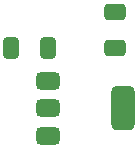
<source format=gbp>
G04 #@! TF.GenerationSoftware,KiCad,Pcbnew,9.0.0*
G04 #@! TF.CreationDate,2025-04-09T20:43:05+09:00*
G04 #@! TF.ProjectId,2_wheels_mini_Motor_inverted_Pendulum,325f7768-6565-46c7-935f-6d696e695f4d,rev?*
G04 #@! TF.SameCoordinates,Original*
G04 #@! TF.FileFunction,Paste,Bot*
G04 #@! TF.FilePolarity,Positive*
%FSLAX46Y46*%
G04 Gerber Fmt 4.6, Leading zero omitted, Abs format (unit mm)*
G04 Created by KiCad (PCBNEW 9.0.0) date 2025-04-09 20:43:05*
%MOMM*%
%LPD*%
G01*
G04 APERTURE LIST*
G04 Aperture macros list*
%AMRoundRect*
0 Rectangle with rounded corners*
0 $1 Rounding radius*
0 $2 $3 $4 $5 $6 $7 $8 $9 X,Y pos of 4 corners*
0 Add a 4 corners polygon primitive as box body*
4,1,4,$2,$3,$4,$5,$6,$7,$8,$9,$2,$3,0*
0 Add four circle primitives for the rounded corners*
1,1,$1+$1,$2,$3*
1,1,$1+$1,$4,$5*
1,1,$1+$1,$6,$7*
1,1,$1+$1,$8,$9*
0 Add four rect primitives between the rounded corners*
20,1,$1+$1,$2,$3,$4,$5,0*
20,1,$1+$1,$4,$5,$6,$7,0*
20,1,$1+$1,$6,$7,$8,$9,0*
20,1,$1+$1,$8,$9,$2,$3,0*%
G04 Aperture macros list end*
%ADD10RoundRect,0.250000X0.650000X-0.412500X0.650000X0.412500X-0.650000X0.412500X-0.650000X-0.412500X0*%
%ADD11RoundRect,0.375000X-0.625000X-0.375000X0.625000X-0.375000X0.625000X0.375000X-0.625000X0.375000X0*%
%ADD12RoundRect,0.500000X-0.500000X-1.400000X0.500000X-1.400000X0.500000X1.400000X-0.500000X1.400000X0*%
%ADD13RoundRect,0.250000X0.412500X0.650000X-0.412500X0.650000X-0.412500X-0.650000X0.412500X-0.650000X0*%
G04 APERTURE END LIST*
D10*
G04 #@! TO.C,C3*
X129179600Y-92535000D03*
X129179600Y-89410000D03*
G04 #@! TD*
D11*
G04 #@! TO.C,IC1*
X123515000Y-99915000D03*
X123515000Y-97615000D03*
D12*
X129815000Y-97615000D03*
D11*
X123515000Y-95315000D03*
G04 #@! TD*
D13*
G04 #@! TO.C,C1*
X123490000Y-92535000D03*
X120365000Y-92535000D03*
G04 #@! TD*
M02*

</source>
